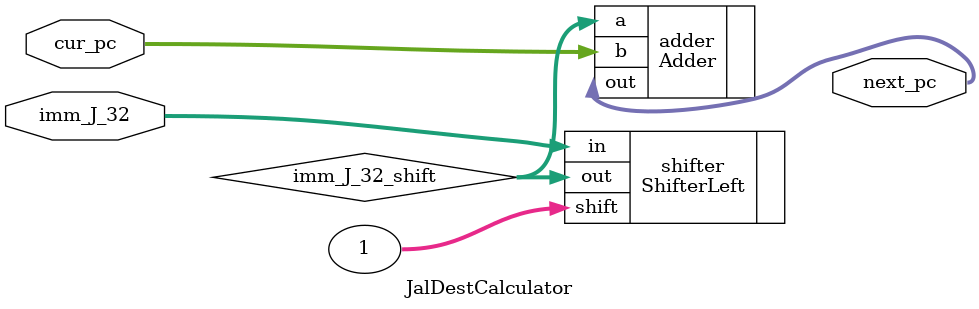
<source format=v>
module JalDestCalculator (
    input [31:0] imm_J_32,
    input [31:0] cur_pc,
    output [31:0] next_pc
);
    wire [31:0] imm_J_32_shift;

    ShifterLeft #(.WIDTH(32)) shifter(
        .in     (imm_J_32),
        .shift  ('b0_0001),
        .out    (imm_J_32_shift)
    );

    Adder #(.WIDTH(32)) adder(
        .a(imm_J_32_shift),
        .b(cur_pc),
        .out(next_pc)
    );
    
endmodule
</source>
